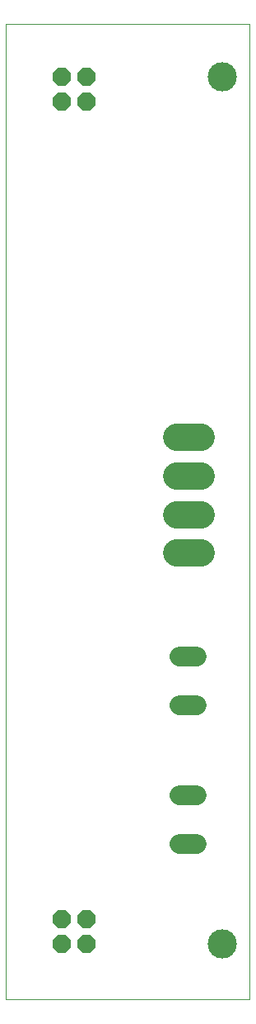
<source format=gbs>
G75*
%MOIN*%
%OFA0B0*%
%FSLAX24Y24*%
%IPPOS*%
%LPD*%
%AMOC8*
5,1,8,0,0,1.08239X$1,22.5*
%
%ADD10C,0.0000*%
%ADD11C,0.1180*%
%ADD12OC8,0.0720*%
%ADD13C,0.0790*%
%ADD14C,0.1084*%
D10*
X057015Y003890D02*
X057015Y043260D01*
X066882Y043260D01*
X066882Y003890D01*
X057015Y003890D01*
X065215Y006140D02*
X065217Y006187D01*
X065223Y006233D01*
X065233Y006279D01*
X065246Y006323D01*
X065264Y006367D01*
X065285Y006408D01*
X065309Y006448D01*
X065337Y006486D01*
X065368Y006521D01*
X065402Y006553D01*
X065438Y006582D01*
X065477Y006608D01*
X065517Y006631D01*
X065560Y006650D01*
X065604Y006666D01*
X065649Y006678D01*
X065695Y006686D01*
X065742Y006690D01*
X065788Y006690D01*
X065835Y006686D01*
X065881Y006678D01*
X065926Y006666D01*
X065970Y006650D01*
X066013Y006631D01*
X066053Y006608D01*
X066092Y006582D01*
X066128Y006553D01*
X066162Y006521D01*
X066193Y006486D01*
X066221Y006448D01*
X066245Y006408D01*
X066266Y006367D01*
X066284Y006323D01*
X066297Y006279D01*
X066307Y006233D01*
X066313Y006187D01*
X066315Y006140D01*
X066313Y006093D01*
X066307Y006047D01*
X066297Y006001D01*
X066284Y005957D01*
X066266Y005913D01*
X066245Y005872D01*
X066221Y005832D01*
X066193Y005794D01*
X066162Y005759D01*
X066128Y005727D01*
X066092Y005698D01*
X066053Y005672D01*
X066013Y005649D01*
X065970Y005630D01*
X065926Y005614D01*
X065881Y005602D01*
X065835Y005594D01*
X065788Y005590D01*
X065742Y005590D01*
X065695Y005594D01*
X065649Y005602D01*
X065604Y005614D01*
X065560Y005630D01*
X065517Y005649D01*
X065477Y005672D01*
X065438Y005698D01*
X065402Y005727D01*
X065368Y005759D01*
X065337Y005794D01*
X065309Y005832D01*
X065285Y005872D01*
X065264Y005913D01*
X065246Y005957D01*
X065233Y006001D01*
X065223Y006047D01*
X065217Y006093D01*
X065215Y006140D01*
X065215Y041140D02*
X065217Y041187D01*
X065223Y041233D01*
X065233Y041279D01*
X065246Y041323D01*
X065264Y041367D01*
X065285Y041408D01*
X065309Y041448D01*
X065337Y041486D01*
X065368Y041521D01*
X065402Y041553D01*
X065438Y041582D01*
X065477Y041608D01*
X065517Y041631D01*
X065560Y041650D01*
X065604Y041666D01*
X065649Y041678D01*
X065695Y041686D01*
X065742Y041690D01*
X065788Y041690D01*
X065835Y041686D01*
X065881Y041678D01*
X065926Y041666D01*
X065970Y041650D01*
X066013Y041631D01*
X066053Y041608D01*
X066092Y041582D01*
X066128Y041553D01*
X066162Y041521D01*
X066193Y041486D01*
X066221Y041448D01*
X066245Y041408D01*
X066266Y041367D01*
X066284Y041323D01*
X066297Y041279D01*
X066307Y041233D01*
X066313Y041187D01*
X066315Y041140D01*
X066313Y041093D01*
X066307Y041047D01*
X066297Y041001D01*
X066284Y040957D01*
X066266Y040913D01*
X066245Y040872D01*
X066221Y040832D01*
X066193Y040794D01*
X066162Y040759D01*
X066128Y040727D01*
X066092Y040698D01*
X066053Y040672D01*
X066013Y040649D01*
X065970Y040630D01*
X065926Y040614D01*
X065881Y040602D01*
X065835Y040594D01*
X065788Y040590D01*
X065742Y040590D01*
X065695Y040594D01*
X065649Y040602D01*
X065604Y040614D01*
X065560Y040630D01*
X065517Y040649D01*
X065477Y040672D01*
X065438Y040698D01*
X065402Y040727D01*
X065368Y040759D01*
X065337Y040794D01*
X065309Y040832D01*
X065285Y040872D01*
X065264Y040913D01*
X065246Y040957D01*
X065233Y041001D01*
X065223Y041047D01*
X065217Y041093D01*
X065215Y041140D01*
D11*
X065765Y041140D03*
X065765Y006140D03*
D12*
X060265Y006140D03*
X059265Y006140D03*
X059265Y007140D03*
X060265Y007140D03*
X060265Y040140D03*
X059265Y040140D03*
X059265Y041140D03*
X060265Y041140D03*
D13*
X064035Y017749D02*
X064745Y017749D01*
X064745Y015781D02*
X064035Y015781D01*
X064035Y012124D02*
X064745Y012124D01*
X064745Y010156D02*
X064035Y010156D01*
D14*
X063888Y021926D02*
X064892Y021926D01*
X064892Y023485D02*
X063888Y023485D01*
X063888Y025045D02*
X064892Y025045D01*
X064892Y026604D02*
X063888Y026604D01*
M02*

</source>
